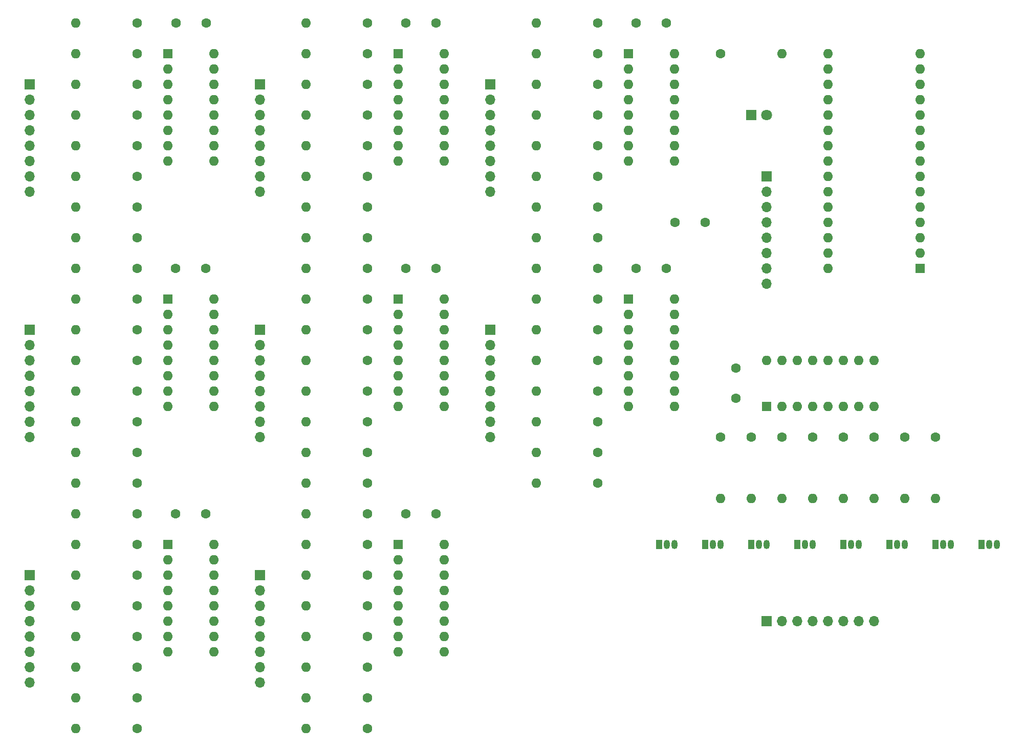
<source format=gbr>
%TF.GenerationSoftware,KiCad,Pcbnew,7.0.2*%
%TF.CreationDate,2023-07-19T14:15:56-05:00*%
%TF.ProjectId,cube,63756265-2e6b-4696-9361-645f70636258,rev?*%
%TF.SameCoordinates,Original*%
%TF.FileFunction,Soldermask,Bot*%
%TF.FilePolarity,Negative*%
%FSLAX46Y46*%
G04 Gerber Fmt 4.6, Leading zero omitted, Abs format (unit mm)*
G04 Created by KiCad (PCBNEW 7.0.2) date 2023-07-19 14:15:56*
%MOMM*%
%LPD*%
G01*
G04 APERTURE LIST*
%ADD10C,1.600000*%
%ADD11R,1.050000X1.500000*%
%ADD12O,1.050000X1.500000*%
%ADD13O,1.600000X1.600000*%
%ADD14R,1.700000X1.700000*%
%ADD15O,1.700000X1.700000*%
%ADD16R,1.600000X1.600000*%
%ADD17R,1.800000X1.800000*%
%ADD18C,1.800000*%
G04 APERTURE END LIST*
D10*
%TO.C,C10*%
X54610000Y-27940000D03*
X49610000Y-27940000D03*
%TD*%
%TO.C,C9*%
X142240000Y-90130000D03*
X142240000Y-85130000D03*
%TD*%
%TO.C,C8*%
X125770000Y-68580000D03*
X130770000Y-68580000D03*
%TD*%
%TO.C,C7*%
X125770000Y-27940000D03*
X130770000Y-27940000D03*
%TD*%
%TO.C,C6*%
X87670000Y-109220000D03*
X92670000Y-109220000D03*
%TD*%
%TO.C,C5*%
X49570000Y-109220000D03*
X54570000Y-109220000D03*
%TD*%
%TO.C,C4*%
X87670000Y-68580000D03*
X92670000Y-68580000D03*
%TD*%
%TO.C,C3*%
X49570000Y-68580000D03*
X54570000Y-68580000D03*
%TD*%
%TO.C,C2*%
X92670000Y-27940000D03*
X87670000Y-27940000D03*
%TD*%
D11*
%TO.C,Q1*%
X129540000Y-114300000D03*
D12*
X130810000Y-114300000D03*
X132080000Y-114300000D03*
%TD*%
D10*
%TO.C,R13*%
X43180000Y-88900000D03*
D13*
X33020000Y-88900000D03*
%TD*%
D10*
%TO.C,R31*%
X81280000Y-58420000D03*
D13*
X71120000Y-58420000D03*
%TD*%
D10*
%TO.C,R4*%
X43180000Y-43180000D03*
D13*
X33020000Y-43180000D03*
%TD*%
D10*
%TO.C,R6*%
X43180000Y-53340000D03*
D13*
X33020000Y-53340000D03*
%TD*%
D10*
%TO.C,R20*%
X43180000Y-124460000D03*
D13*
X33020000Y-124460000D03*
%TD*%
D10*
%TO.C,R51*%
X119380000Y-38100000D03*
D13*
X109220000Y-38100000D03*
%TD*%
D10*
%TO.C,R1*%
X43180000Y-27940000D03*
D13*
X33020000Y-27940000D03*
%TD*%
D10*
%TO.C,R48*%
X81280000Y-144780000D03*
D13*
X71120000Y-144780000D03*
%TD*%
D14*
%TO.C,J7*%
X101600000Y-38100000D03*
D15*
X101600000Y-40640000D03*
X101600000Y-43180000D03*
X101600000Y-45720000D03*
X101600000Y-48260000D03*
X101600000Y-50800000D03*
X101600000Y-53340000D03*
X101600000Y-55880000D03*
%TD*%
D10*
%TO.C,R65*%
X139700000Y-33020000D03*
D13*
X149860000Y-33020000D03*
%TD*%
D14*
%TO.C,J1*%
X25400000Y-38100000D03*
D15*
X25400000Y-40640000D03*
X25400000Y-43180000D03*
X25400000Y-45720000D03*
X25400000Y-48260000D03*
X25400000Y-50800000D03*
X25400000Y-53340000D03*
X25400000Y-55880000D03*
%TD*%
D10*
%TO.C,R26*%
X81280000Y-33020000D03*
D13*
X71120000Y-33020000D03*
%TD*%
D10*
%TO.C,R56*%
X119380000Y-63500000D03*
D13*
X109220000Y-63500000D03*
%TD*%
D11*
%TO.C,Q3*%
X144780000Y-114300000D03*
D12*
X146050000Y-114300000D03*
X147320000Y-114300000D03*
%TD*%
D10*
%TO.C,R24*%
X43180000Y-144780000D03*
D13*
X33020000Y-144780000D03*
%TD*%
D10*
%TO.C,R25*%
X81280000Y-27940000D03*
D13*
X71120000Y-27940000D03*
%TD*%
D10*
%TO.C,R9*%
X43180000Y-68580000D03*
D13*
X33020000Y-68580000D03*
%TD*%
D10*
%TO.C,R68*%
X139700000Y-96520000D03*
D13*
X139700000Y-106680000D03*
%TD*%
D10*
%TO.C,R54*%
X119380000Y-53340000D03*
D13*
X109220000Y-53340000D03*
%TD*%
D10*
%TO.C,R71*%
X154940000Y-96520000D03*
D13*
X154940000Y-106680000D03*
%TD*%
D10*
%TO.C,R12*%
X43180000Y-83820000D03*
D13*
X33020000Y-83820000D03*
%TD*%
D10*
%TO.C,R42*%
X81280000Y-114300000D03*
D13*
X71120000Y-114300000D03*
%TD*%
D11*
%TO.C,Q2*%
X137160000Y-114300000D03*
D12*
X138430000Y-114300000D03*
X139700000Y-114300000D03*
%TD*%
D10*
%TO.C,R30*%
X81280000Y-53340000D03*
D13*
X71120000Y-53340000D03*
%TD*%
D11*
%TO.C,Q5*%
X160020000Y-114300000D03*
D12*
X161290000Y-114300000D03*
X162560000Y-114300000D03*
%TD*%
D10*
%TO.C,R72*%
X165100000Y-96520000D03*
D13*
X165100000Y-106680000D03*
%TD*%
D10*
%TO.C,R47*%
X81280000Y-139700000D03*
D13*
X71120000Y-139700000D03*
%TD*%
D10*
%TO.C,R64*%
X119380000Y-104140000D03*
D13*
X109220000Y-104140000D03*
%TD*%
D10*
%TO.C,R11*%
X43180000Y-78740000D03*
D13*
X33020000Y-78740000D03*
%TD*%
D10*
%TO.C,R55*%
X119380000Y-58420000D03*
D13*
X109220000Y-58420000D03*
%TD*%
D14*
%TO.C,J9*%
X147320000Y-53340000D03*
D15*
X147320000Y-55880000D03*
X147320000Y-58420000D03*
X147320000Y-60960000D03*
X147320000Y-63500000D03*
X147320000Y-66040000D03*
X147320000Y-68580000D03*
X147320000Y-71120000D03*
%TD*%
D10*
%TO.C,R66*%
X175260000Y-96520000D03*
D13*
X175260000Y-106680000D03*
%TD*%
D11*
%TO.C,Q6*%
X167640000Y-114300000D03*
D12*
X168910000Y-114300000D03*
X170180000Y-114300000D03*
%TD*%
D16*
%TO.C,U3*%
X48260000Y-114300000D03*
D13*
X48260000Y-116840000D03*
X48260000Y-119380000D03*
X48260000Y-121920000D03*
X48260000Y-124460000D03*
X48260000Y-127000000D03*
X48260000Y-129540000D03*
X48260000Y-132080000D03*
X55880000Y-132080000D03*
X55880000Y-129540000D03*
X55880000Y-127000000D03*
X55880000Y-124460000D03*
X55880000Y-121920000D03*
X55880000Y-119380000D03*
X55880000Y-116840000D03*
X55880000Y-114300000D03*
%TD*%
D10*
%TO.C,R40*%
X81280000Y-104140000D03*
D13*
X71120000Y-104140000D03*
%TD*%
D10*
%TO.C,R49*%
X119380000Y-27940000D03*
D13*
X109220000Y-27940000D03*
%TD*%
D10*
%TO.C,R46*%
X81280000Y-134620000D03*
D13*
X71120000Y-134620000D03*
%TD*%
D10*
%TO.C,R2*%
X43180000Y-33020000D03*
D13*
X33020000Y-33020000D03*
%TD*%
D10*
%TO.C,R50*%
X119380000Y-33020000D03*
D13*
X109220000Y-33020000D03*
%TD*%
D10*
%TO.C,R23*%
X43180000Y-139700000D03*
D13*
X33020000Y-139700000D03*
%TD*%
D10*
%TO.C,R5*%
X43180000Y-48260000D03*
D13*
X33020000Y-48260000D03*
%TD*%
D14*
%TO.C,J4*%
X63500000Y-38100000D03*
D15*
X63500000Y-40640000D03*
X63500000Y-43180000D03*
X63500000Y-45720000D03*
X63500000Y-48260000D03*
X63500000Y-50800000D03*
X63500000Y-53340000D03*
X63500000Y-55880000D03*
%TD*%
D14*
%TO.C,J2*%
X25400000Y-78740000D03*
D15*
X25400000Y-81280000D03*
X25400000Y-83820000D03*
X25400000Y-86360000D03*
X25400000Y-88900000D03*
X25400000Y-91440000D03*
X25400000Y-93980000D03*
X25400000Y-96520000D03*
%TD*%
D10*
%TO.C,R36*%
X81280000Y-83820000D03*
D13*
X71120000Y-83820000D03*
%TD*%
D10*
%TO.C,R44*%
X81280000Y-124460000D03*
D13*
X71120000Y-124460000D03*
%TD*%
D10*
%TO.C,R3*%
X43180000Y-38100000D03*
D13*
X33020000Y-38100000D03*
%TD*%
D10*
%TO.C,R19*%
X43180000Y-119380000D03*
D13*
X33020000Y-119380000D03*
%TD*%
D16*
%TO.C,U6*%
X86360000Y-114300000D03*
D13*
X86360000Y-116840000D03*
X86360000Y-119380000D03*
X86360000Y-121920000D03*
X86360000Y-124460000D03*
X86360000Y-127000000D03*
X86360000Y-129540000D03*
X86360000Y-132080000D03*
X93980000Y-132080000D03*
X93980000Y-129540000D03*
X93980000Y-127000000D03*
X93980000Y-124460000D03*
X93980000Y-121920000D03*
X93980000Y-119380000D03*
X93980000Y-116840000D03*
X93980000Y-114300000D03*
%TD*%
D10*
%TO.C,R39*%
X81280000Y-99060000D03*
D13*
X71120000Y-99060000D03*
%TD*%
D10*
%TO.C,R43*%
X81280000Y-119380000D03*
D13*
X71120000Y-119380000D03*
%TD*%
D10*
%TO.C,R27*%
X81280000Y-38100000D03*
D13*
X71120000Y-38100000D03*
%TD*%
D10*
%TO.C,R7*%
X43180000Y-58420000D03*
D13*
X33020000Y-58420000D03*
%TD*%
D16*
%TO.C,U1*%
X48260000Y-33020000D03*
D13*
X48260000Y-35560000D03*
X48260000Y-38100000D03*
X48260000Y-40640000D03*
X48260000Y-43180000D03*
X48260000Y-45720000D03*
X48260000Y-48260000D03*
X48260000Y-50800000D03*
X55880000Y-50800000D03*
X55880000Y-48260000D03*
X55880000Y-45720000D03*
X55880000Y-43180000D03*
X55880000Y-40640000D03*
X55880000Y-38100000D03*
X55880000Y-35560000D03*
X55880000Y-33020000D03*
%TD*%
D10*
%TO.C,R16*%
X43180000Y-104140000D03*
D13*
X33020000Y-104140000D03*
%TD*%
D10*
%TO.C,R34*%
X81280000Y-73660000D03*
D13*
X71120000Y-73660000D03*
%TD*%
D14*
%TO.C,J10*%
X147320000Y-127000000D03*
D15*
X149860000Y-127000000D03*
X152400000Y-127000000D03*
X154940000Y-127000000D03*
X157480000Y-127000000D03*
X160020000Y-127000000D03*
X162560000Y-127000000D03*
X165100000Y-127000000D03*
%TD*%
D10*
%TO.C,R8*%
X43180000Y-63500000D03*
D13*
X33020000Y-63500000D03*
%TD*%
D10*
%TO.C,R70*%
X149860000Y-96520000D03*
D13*
X149860000Y-106680000D03*
%TD*%
D10*
%TO.C,R15*%
X43180000Y-99060000D03*
D13*
X33020000Y-99060000D03*
%TD*%
D11*
%TO.C,Q4*%
X152400000Y-114300000D03*
D12*
X153670000Y-114300000D03*
X154940000Y-114300000D03*
%TD*%
D16*
%TO.C,U7*%
X124460000Y-33020000D03*
D13*
X124460000Y-35560000D03*
X124460000Y-38100000D03*
X124460000Y-40640000D03*
X124460000Y-43180000D03*
X124460000Y-45720000D03*
X124460000Y-48260000D03*
X124460000Y-50800000D03*
X132080000Y-50800000D03*
X132080000Y-48260000D03*
X132080000Y-45720000D03*
X132080000Y-43180000D03*
X132080000Y-40640000D03*
X132080000Y-38100000D03*
X132080000Y-35560000D03*
X132080000Y-33020000D03*
%TD*%
D10*
%TO.C,R38*%
X81280000Y-93980000D03*
D13*
X71120000Y-93980000D03*
%TD*%
D10*
%TO.C,R53*%
X119380000Y-48260000D03*
D13*
X109220000Y-48260000D03*
%TD*%
D16*
%TO.C,U2*%
X48260000Y-73660000D03*
D13*
X48260000Y-76200000D03*
X48260000Y-78740000D03*
X48260000Y-81280000D03*
X48260000Y-83820000D03*
X48260000Y-86360000D03*
X48260000Y-88900000D03*
X48260000Y-91440000D03*
X55880000Y-91440000D03*
X55880000Y-88900000D03*
X55880000Y-86360000D03*
X55880000Y-83820000D03*
X55880000Y-81280000D03*
X55880000Y-78740000D03*
X55880000Y-76200000D03*
X55880000Y-73660000D03*
%TD*%
D10*
%TO.C,R61*%
X119380000Y-88900000D03*
D13*
X109220000Y-88900000D03*
%TD*%
D10*
%TO.C,R58*%
X119380000Y-73660000D03*
D13*
X109220000Y-73660000D03*
%TD*%
D14*
%TO.C,J6*%
X63500000Y-119380000D03*
D15*
X63500000Y-121920000D03*
X63500000Y-124460000D03*
X63500000Y-127000000D03*
X63500000Y-129540000D03*
X63500000Y-132080000D03*
X63500000Y-134620000D03*
X63500000Y-137160000D03*
%TD*%
D10*
%TO.C,R73*%
X160020000Y-96520000D03*
D13*
X160020000Y-106680000D03*
%TD*%
D10*
%TO.C,R45*%
X81280000Y-129540000D03*
D13*
X71120000Y-129540000D03*
%TD*%
D10*
%TO.C,R59*%
X119380000Y-78740000D03*
D13*
X109220000Y-78740000D03*
%TD*%
D16*
%TO.C,A1*%
X172720000Y-68580000D03*
D13*
X172720000Y-66040000D03*
X172720000Y-63500000D03*
X172720000Y-60960000D03*
X172720000Y-58420000D03*
X172720000Y-55880000D03*
X172720000Y-53340000D03*
X172720000Y-50800000D03*
X172720000Y-48260000D03*
X172720000Y-45720000D03*
X172720000Y-43180000D03*
X172720000Y-40640000D03*
X172720000Y-38100000D03*
X172720000Y-35560000D03*
X172720000Y-33020000D03*
X157480000Y-33020000D03*
X157480000Y-35560000D03*
X157480000Y-38100000D03*
X157480000Y-40640000D03*
X157480000Y-43180000D03*
X157480000Y-45720000D03*
X157480000Y-48260000D03*
X157480000Y-50800000D03*
X157480000Y-53340000D03*
X157480000Y-55880000D03*
X157480000Y-58420000D03*
X157480000Y-60960000D03*
X157480000Y-63500000D03*
X157480000Y-66040000D03*
X157480000Y-68580000D03*
%TD*%
D10*
%TO.C,R63*%
X119380000Y-99060000D03*
D13*
X109220000Y-99060000D03*
%TD*%
D16*
%TO.C,U4*%
X86360000Y-33020000D03*
D13*
X86360000Y-35560000D03*
X86360000Y-38100000D03*
X86360000Y-40640000D03*
X86360000Y-43180000D03*
X86360000Y-45720000D03*
X86360000Y-48260000D03*
X86360000Y-50800000D03*
X93980000Y-50800000D03*
X93980000Y-48260000D03*
X93980000Y-45720000D03*
X93980000Y-43180000D03*
X93980000Y-40640000D03*
X93980000Y-38100000D03*
X93980000Y-35560000D03*
X93980000Y-33020000D03*
%TD*%
D16*
%TO.C,U5*%
X86360000Y-73660000D03*
D13*
X86360000Y-76200000D03*
X86360000Y-78740000D03*
X86360000Y-81280000D03*
X86360000Y-83820000D03*
X86360000Y-86360000D03*
X86360000Y-88900000D03*
X86360000Y-91440000D03*
X93980000Y-91440000D03*
X93980000Y-88900000D03*
X93980000Y-86360000D03*
X93980000Y-83820000D03*
X93980000Y-81280000D03*
X93980000Y-78740000D03*
X93980000Y-76200000D03*
X93980000Y-73660000D03*
%TD*%
D10*
%TO.C,R67*%
X170180000Y-96520000D03*
D13*
X170180000Y-106680000D03*
%TD*%
D16*
%TO.C,U9*%
X147320000Y-91440000D03*
D13*
X149860000Y-91440000D03*
X152400000Y-91440000D03*
X154940000Y-91440000D03*
X157480000Y-91440000D03*
X160020000Y-91440000D03*
X162560000Y-91440000D03*
X165100000Y-91440000D03*
X165100000Y-83820000D03*
X162560000Y-83820000D03*
X160020000Y-83820000D03*
X157480000Y-83820000D03*
X154940000Y-83820000D03*
X152400000Y-83820000D03*
X149860000Y-83820000D03*
X147320000Y-83820000D03*
%TD*%
D16*
%TO.C,U8*%
X124460000Y-73660000D03*
D13*
X124460000Y-76200000D03*
X124460000Y-78740000D03*
X124460000Y-81280000D03*
X124460000Y-83820000D03*
X124460000Y-86360000D03*
X124460000Y-88900000D03*
X124460000Y-91440000D03*
X132080000Y-91440000D03*
X132080000Y-88900000D03*
X132080000Y-86360000D03*
X132080000Y-83820000D03*
X132080000Y-81280000D03*
X132080000Y-78740000D03*
X132080000Y-76200000D03*
X132080000Y-73660000D03*
%TD*%
D10*
%TO.C,R22*%
X43180000Y-134620000D03*
D13*
X33020000Y-134620000D03*
%TD*%
D10*
%TO.C,R10*%
X43180000Y-73660000D03*
D13*
X33020000Y-73660000D03*
%TD*%
D10*
%TO.C,R29*%
X81280000Y-48260000D03*
D13*
X71120000Y-48260000D03*
%TD*%
D17*
%TO.C,D1*%
X144780000Y-43180000D03*
D18*
X147320000Y-43180000D03*
%TD*%
D10*
%TO.C,C1*%
X132160000Y-60960000D03*
X137160000Y-60960000D03*
%TD*%
%TO.C,R14*%
X43180000Y-93980000D03*
D13*
X33020000Y-93980000D03*
%TD*%
D10*
%TO.C,R17*%
X43180000Y-109220000D03*
D13*
X33020000Y-109220000D03*
%TD*%
D10*
%TO.C,R69*%
X144780000Y-96520000D03*
D13*
X144780000Y-106680000D03*
%TD*%
D10*
%TO.C,R35*%
X81280000Y-78740000D03*
D13*
X71120000Y-78740000D03*
%TD*%
D10*
%TO.C,R41*%
X81280000Y-109220000D03*
D13*
X71120000Y-109220000D03*
%TD*%
D11*
%TO.C,Q7*%
X175260000Y-114300000D03*
D12*
X176530000Y-114300000D03*
X177800000Y-114300000D03*
%TD*%
D14*
%TO.C,J8*%
X101600000Y-78740000D03*
D15*
X101600000Y-81280000D03*
X101600000Y-83820000D03*
X101600000Y-86360000D03*
X101600000Y-88900000D03*
X101600000Y-91440000D03*
X101600000Y-93980000D03*
X101600000Y-96520000D03*
%TD*%
D10*
%TO.C,R32*%
X81280000Y-63500000D03*
D13*
X71120000Y-63500000D03*
%TD*%
D14*
%TO.C,J5*%
X63500000Y-78740000D03*
D15*
X63500000Y-81280000D03*
X63500000Y-83820000D03*
X63500000Y-86360000D03*
X63500000Y-88900000D03*
X63500000Y-91440000D03*
X63500000Y-93980000D03*
X63500000Y-96520000D03*
%TD*%
D14*
%TO.C,J3*%
X25400000Y-119380000D03*
D15*
X25400000Y-121920000D03*
X25400000Y-124460000D03*
X25400000Y-127000000D03*
X25400000Y-129540000D03*
X25400000Y-132080000D03*
X25400000Y-134620000D03*
X25400000Y-137160000D03*
%TD*%
D10*
%TO.C,R37*%
X81280000Y-88900000D03*
D13*
X71120000Y-88900000D03*
%TD*%
D10*
%TO.C,R52*%
X119380000Y-43180000D03*
D13*
X109220000Y-43180000D03*
%TD*%
D10*
%TO.C,R28*%
X81280000Y-43180000D03*
D13*
X71120000Y-43180000D03*
%TD*%
D10*
%TO.C,R57*%
X119380000Y-68580000D03*
D13*
X109220000Y-68580000D03*
%TD*%
D10*
%TO.C,R21*%
X43180000Y-129540000D03*
D13*
X33020000Y-129540000D03*
%TD*%
D11*
%TO.C,Q8*%
X182880000Y-114300000D03*
D12*
X184150000Y-114300000D03*
X185420000Y-114300000D03*
%TD*%
D10*
%TO.C,R62*%
X119380000Y-93980000D03*
D13*
X109220000Y-93980000D03*
%TD*%
D10*
%TO.C,R33*%
X81280000Y-68580000D03*
D13*
X71120000Y-68580000D03*
%TD*%
D10*
%TO.C,R60*%
X119380000Y-83820000D03*
D13*
X109220000Y-83820000D03*
%TD*%
D10*
%TO.C,R18*%
X43180000Y-114300000D03*
D13*
X33020000Y-114300000D03*
%TD*%
M02*

</source>
